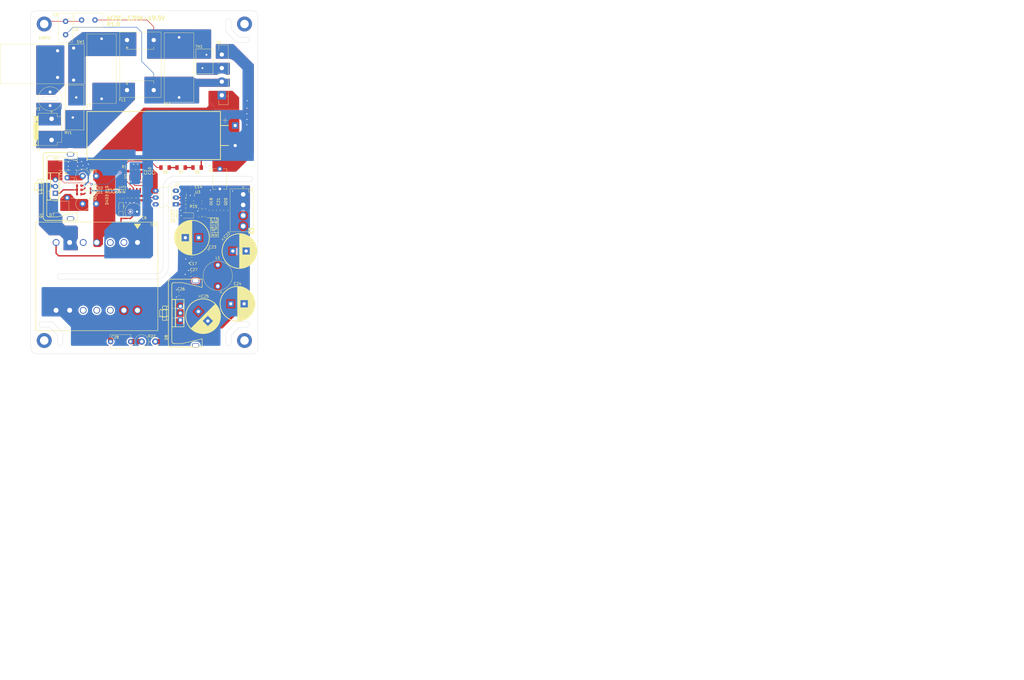
<source format=kicad_pcb>
(kicad_pcb (version 20241010) (generator "pcbnew") (generator_version "8.99")
  (title_block (date "2023-04-29"))
  (layers (0 "F.Cu" signal) (2 "B.Cu" signal) (13 "F.Paste" user) (15 "B.Paste" user) (5 "F.SilkS" user "F.Silkscreen") (7 "B.SilkS" user "B.Silkscreen") (1 "F.Mask" user) (3 "B.Mask" user) (25 "Edge.Cuts" user))
  (net 0 "")
  (net 1 "/PS/AC_L_SW")
  (net 2 "EARTH")
  (net 3 "/PS/AC_L")
  (net 4 "/PS/AC_N")
  (net 5 "/PS/19.5V_FLT")
  (net 6 "/PS/AC_R_O")
  (net 7 "/PS/AC_R_I_1")
  (net 8 "/PS/AC_R_I_2")
  (net 9 "Net-(F1-Pad2)")
  (net 10 "/PS/AUX")
  (net 11 "/PS/TR_GAT")
  (net 12 "/PS/TR_SW")
  (net 13 "Net-(U3-REF)")
  (net 14 "/PS/MOS_S")
  (net 15 "/PS/OPT_C")
  (net 16 "Net-(U3-K)")
  (net 17 "Net-(Q1-S)")
  (net 18 "DCR_GND")
  (net 19 "OUT_GND")
  (net 20 "Net-(D5-K)")
  (net 21 "Net-(U1-SS)")
  (net 22 "Net-(U1-VDD)")
  (net 23 "Net-(D2-K)")
  (net 24 "Net-(C11-Pad1)")
  (net 25 "Net-(D7-K)")
  (net 26 "Net-(D1-A)")
  (net 28 "Net-(U1-OVP)")
  (net 29 "Net-(D8A-A)")
  (net 30 "Net-(C15-Pad1)")
  (net 33 "Net-(R6-Pad1)")
  (net 34 "Net-(Q1-G)")
  (net 35 "GND_DC_S")
  (net 36 "GND_DC_P")
  (net 37 "Net-(C19-Pad2)")
  (net 38 "Net-(R7-Pad1)")
  (net 39 "/PS/19.5V")
  (net 40 "Net-(C28-Pad1)")
  (net 42 "Net-(D3-K)")
  (net 43 "Net-(D3-A)")
  (net 46 "Net-(R13-Pad1)")
  (net 47 "Net-(R17-Pad1)")
  (footprint "Resistor_SMD:R_0603_1608Metric" (layer "F.Cu") (at 96.565 111.196 -90)
    (property "Reference" "R16")
    (property "Value" "1.5k")
  )
  (footprint "Resistor_SMD:R_0603_1608Metric" (layer "F.Cu") (at 98.065 108.224 -90)
    (property "Reference" "R18")
    (property "Value" "976")
  )
  (footprint "Resistor_THT:R_Axial_DIN0516_L15.5mm_D5.0mm_P5.08mm_Vertical" (layer "F.Cu") (at 52.585 95.961)
    (property "Reference" "R21")
    (property "Value" "47")
  )
  (footprint "Resistor_SMD:R_0603_1608Metric" (layer "F.Cu") (at 91.1538 107.3158)
    (property "Reference" "R13")
    (property "Value" "499")
  )
  (footprint "Resistor_SMD:R_0603_1608Metric" (layer "F.Cu") (at 96.565 108.224 90)
    (property "Reference" "R19")
    (property "Value" "4.3K")
  )
  (footprint "MountingHole:MountingHole_3.2mm_M3_DIN965_Pad_TopBottom" (layer "F.Cu") (at 113.185 157.561)
    (property "Reference" "H2" (hide yes))
    (property "Value" "MountingHole_Pad")
  )
  (footprint "Resistor_SMD:R_1206_3216Metric_Pad1.30x1.75mm_HandSolder" (layer "F.Cu") (at 95.435 92.811)
    (property "Reference" "R6")
    (property "Value" "680K")
  )
  (footprint "PS:Diode_Bridge_Vishay_GBU" (layer "F.Cu") (at 104.685 65.721 90)
    (property "Reference" "D6")
    (property "Value" "GBU8K-E3/45")
  )
  (footprint "PS:FA2443-AL" (layer "F.Cu") (at 73.102 120.857 -90)
    (property "Reference" "TR1")
    (property "Value" "FA2443-AL")
  )
  (footprint "PS:38211000410" (layer "F.Cu") (at 40.385 67.061 90)
    (property "Reference" "F1")
    (property "Value" "38212000000")
  )
  (footprint "Capacitor_SMD:C_0805_2012Metric_Pad1.18x1.45mm_HandSolder" (layer "F.Cu") (at 93.435 127.061 180)
    (property "Reference" "C17")
    (property "Value" "1UF")
  )
  (footprint "Varistor:RV_Disc_D16.5mm_W6.7mm_P7.5mm" (layer "F.Cu") (at 50.185 66.561 -90)
    (property "Reference" "RV1")
    (property "Value" "V14E320P")
  )
  (footprint "Capacitor_SMD:C_0603_1608Metric" (layer "F.Cu") (at 71.685 93.586 90)
    (property "Reference" "C2")
    (property "Value" "100pF")
  )
  (footprint "PS:NE1846EE" (layer "F.Cu") (at 49.185 54.061 -90)
    (property "Reference" "SW1")
    (property "Value" "NE18 2A EE 6AMP")
  )
  (footprint "Capacitor_SMD:C_0603_1608Metric" (layer "F.Cu") (at 70.215 104.211 -90)
    (property "Reference" "C4")
    (property "Value" "1uF")
  )
  (footprint "Capacitor_THT:C_Disc_D7.5mm_W5.0mm_P7.50mm" (layer "F.Cu") (at 103.935 100.811 90)
    (property "Reference" "C12")
    (property "Value" "4.7nF")
  )
  (footprint "Capacitor_SMD:C_0805_2012Metric_Pad1.18x1.45mm_HandSolder" (layer "F.Cu") (at 103.435 108.811 -90)
    (property "Reference" "C21")
    (property "Value" "1UF")
  )
  (footprint "Capacitor_THT:C_Disc_D7.5mm_W5.0mm_P7.50mm" (layer "F.Cu") (at 70.535 157.961 180)
    (property "Reference" "C28")
    (property "Value" "1nF")
  )
  (footprint "Capacitor_SMD:C_0603_1608Metric" (layer "F.Cu") (at 73.185 93.586 -90)
    (property "Reference" "C10")
    (property "Value" "200pF")
  )
  (footprint "PS:EKZN630ELL681MK30S" (layer "F.Cu") (at 95.917233 146.705232 -45)
    (property "Reference" "C25")
    (property "Value" "680UF")
  )
  (footprint "PS:890324026027CS" (layer "F.Cu") (at 59.685 55.811 -90)
    (property "Reference" "C7")
    (property "Value" "1UF")
  )
  (footprint "Resistor_SMD:R_0603_1608Metric" (layer "F.Cu") (at 51.285 101.161)
    (property "Reference" "R3")
    (property "Value" "10")
  )
  (footprint "Resistor_SMD:R_0603_1608Metric" (layer "F.Cu") (at 51.285 102.761)
    (property "Reference" "R2")
    (property "Value" "0")
  )
  (footprint "Capacitor_SMD:C_0603_1608Metric" (layer "F.Cu") (at 71.685 104.211 -90)
    (property "Reference" "C5")
    (property "Value" "1uF")
  )
  (footprint "Diode_SMD:D_SOD-323" (layer "F.Cu") (at 66.935 110.811 -90)
    (property "Reference" "D4")
    (property "Value" "PMEG100T10ELXDX")
  )
  (footprint "PS:EKZN630ELL681MK30S" (layer "F.Cu") (at 108.048541 143.811)
    (property "Reference" "C24")
    (property "Value" "680UF")
  )
  (footprint "Resistor_SMD:R_2512_6332Metric_Pad1.40x3.35mm_HandSolder" (layer "F.Cu") (at 45.785 92.161)
    (property "Reference" "R5")
    (property "Value" "0.12")
  )
  (footprint "Diode_SMD:D_SOD-323" (layer "F.Cu") (at 66.985 107.511 -90)
    (property "Reference" "D3")
    (property "Value" "PMEG100T10ELXDX")
  )
  (footprint "Package_DIP:DIP-6_W7.62mm_LongPads" (layer "F.Cu") (at 87.51 106.586 180)
    (property "Reference" "U2")
    (property "Value" "CNY17-1")
  )
  (footprint "PS:890324026027CS" (layer "F.Cu") (at 88.685 55.311 -90)
    (property "Reference" "C11")
    (property "Value" "1UF")
  )
  (footprint "PS:CP_Radial_D18.0mm_P7.50mm" (layer "F.Cu") (at 109.685 84.561 90)
    (property "Reference" "C16" (hide yes))
    (property "Value" "220UF" (hide yes))
  )
  (footprint "Capacitor_SMD:C_0805_2012Metric_Pad1.18x1.45mm_HandSolder" (layer "F.Cu") (at 93.185 132.811)
    (property "Reference" "C27")
    (property "Value" "1UF")
  )
  (footprint "Diode_SMD:D_SOD-323" (layer "F.Cu") (at 54.485 100.461)
    (property "Reference" "D2")
    (property "Value" "PMEG100T10ELXDX")
  )
  (footprint "Capacitor_THT:C_Radial_D6.3mm_H11.0mm_P2.50mm" (layer "F.Cu") (at 70.435 109.311)
    (property "Reference" "C6")
    (property "Value" "33UF")
  )
  (footprint "Resistor_THT:R_Axial_DIN0516_L15.5mm_D5.0mm_P5.08mm_Vertical" (layer "F.Cu") (at 52.585 106.361)
    (property "Reference" "R20")
    (property "Value" "15k")
  )
  (footprint "PS:EKZN630ELL681MK30S" (layer "F.Cu") (at 96.021459 119.061 180)
    (property "Reference" "C23")
    (property "Value" "680UF")
  )
  (footprint "Package_TO_SOT_SMD:SOT-23" (layer "F.Cu") (at 92.9038 103.0658 90)
    (property "Reference" "U3")
    (property "Value" "TL431DBZ")
  )
  (footprint "PS:744869161153" (layer "F.Cu") (at 69.185 63.811 -90)
    (property "Reference" "FL1")
    (property "Value" "744869161153")
  )
  (footprint "Capacitor_SMD:C_0603_1608Metric" (layer "F.Cu") (at 92.9038 100.0658)
    (property "Reference" "C14")
    (property "Value" "220pF")
  )
  (footprint "Resistor_SMD:R_1206_3216Metric_Pad1.30x1.75mm_HandSolder" (layer "F.Cu") (at 83.435 92.811)
    (property "Reference" "R8")
    (property "Value" "680K")
  )
  (footprint "MountingHole:MountingHole_3.2mm_M3_DIN965_Pad_TopBottom" (layer "F.Cu") (at 113.185 39.061)
    (property "Reference" "H4" (hide yes))
    (property "Value" "MountingHole_Pad")
  )
  (footprint "Capacitor_THT:C_Disc_D10.5mm_W5.0mm_P5.00mm" (layer "F.Cu") (at 46.185 43.061 90)
    (property "Reference" "C9")
    (property "Value" "4700PF")
  )
  (footprint "Capacitor_SMD:C_0805_2012Metric_Pad1.18x1.45mm_HandSolder" (layer "F.Cu") (at 88.685 140.061 180)
    (property "Reference" "C26")
    (property "Value" "1UF")
  )
  (footprint "Capacitor_SMD:C_0603_1608Metric" (layer "F.Cu") (at 74.685 93.586 90)
    (property "Reference" "C1")
    (property "Value" "18nF")
  )
  (footprint "Resistor_THT:R_Axial_DIN0516_L15.5mm_D5.0mm_P5.08mm_Vertical" (layer "F.Cu") (at 74.695 157.961)
    (property "Reference" "R22")
    (property "Value" "47")
  )
  (footprint "Resistor_SMD:R_0603_1608Metric" (layer "F.Cu") (at 98.065 111.196 -90)
    (property "Reference" "R17")
    (property "Value" "36K")
  )
  (footprint "Varistor:RV_Disc_D9mm_W6.1mm_P5mm" (layer "F.Cu") (at 97.435 55.561 90)
    (property "Reference" "TH1")
    (property "Value" "B57235S0509M000")
  )
  (footprint "Resistor_SMD:R_0603_1608Metric" (layer "F.Cu") (at 68.785 94.161)
    (property "Reference" "R1")
    (property "Value" "1.33k")
  )
  (footprint "PS:JST_VH_B2P3-VH_1x02_P7.92mm_Vertical" (layer "F.Cu") (at 40.935 74.561 -90)
    (property "Reference" "J1")
    (property "Value" "B2P3-VH(LF)(SN)")
  )
  (footprint "Capacitor_SMD:C_0603_1608Metric" (layer "F.Cu") (at 97.21 105.811)
    (property "Reference" "C15")
    (property "Value" "220nF")
  )
  (footprint "Resistor_SMD:R_1206_3216Metric_Pad1.30x1.75mm_HandSolder" (layer "F.Cu") (at 89.435 92.811)
    (property "Reference" "R7")
    (property "Value" "680K")
  )
  (footprint "Capacitor_SMD:C_0805_2012Metric_Pad1.18x1.45mm_HandSolder" (layer "F.Cu") (at 106.185 108.811 90)
    (property "Reference" "C20")
    (property "Value" "1UF")
  )
  (footprint "Capacitor_THT:C_Disc_D10.5mm_W5.0mm_P5.00mm" (layer "F.Cu") (at 57.185 37.561 180)
    (property "Reference" "C8")
    (property "Value" "4700PF")
  )
  (footprint "Resistor_SMD:R_0603_1608Metric" (layer "F.Cu") (at 51.285 99.561)
    (property "Reference" "R4")
    (property "Value" "10k")
  )
  (footprint "Resistor_SMD:R_0603_1608Metric" (layer "F.Cu") (at 74.685 104.236 -90)
    (property "Reference" "R12")
    (property "Value" "35.7k")
  )
  (footprint "PS:JST_VH_B4P-VH-B_1x04_P3.96mm_Vertical" (layer "F.Cu") (at 112.685 102.8435 -90)
    (property "Reference" "J2")
    (property "Value" "B4P-VH(LF)(SN)")
  )
  (footprint "Diode_SMD:D_SOD-123F" (layer "F.Cu") (at 91.885 110.711 180)
    (property "Reference" "D5")
    (property "Value" "MMSZ5240B")
  )
  (footprint "Capacitor_THT:C_Disc_D7.5mm_W5.0mm_P7.50mm" (layer "F.Cu") (at 46.785 104.111 90)
    (property "Reference" "C19")
    (property "Value" "1nF")
  )
  (footprint "Capacitor_SMD:C_0603_1608Metric" (layer "F.Cu") (at 91.1538 108.8158 180)
    (property "Reference" "C13")
    (property "Value" "0.1UF")
  )
  (footprint "Resistor_SMD:R_0603_1608Metric" (layer "F.Cu") (at 91.1538 105.8158 180)
    (property "Reference" "R14")
    (property "Value" "499")
  )
  (footprint "Resistor_SMD:R_0603_1608Metric" (layer "F.Cu") (at 66.985 104.361 90)
    (property "Reference" "R10")
    (property "Value" "20")
  )
  (footprint "Resistor_SMD:R_0603_1608Metric" (layer "F.Cu") (at 73.185 104.211 -90)
    (property "Reference" "R11")
    (property "Value" "200k")
  )
  (footprint "PS:TO-220-3-240" (layer "F.Cu") (at 89.185 149.851 90)
    (property "Reference" "D8")
    (property "Value" "STPS30SM100ST")
  )
  (footprint "Capacitor_SMD:C_0603_1608Metric" (layer "F.Cu") (at 68.715 104.211 -90)
    (property "Reference" "C3")
    (property "Value" "100nF")
  )
  (footprint "MountingHole:MountingHole_3.2mm_M3_DIN965_Pad_TopBottom" (layer "F.Cu") (at 38.185 157.561 90)
    (property "Reference" "H3" (hide yes))
    (property "Value" "MountingHole_Pad")
  )
  (footprint "Capacitor_SMD:C_0805_2012Metric_Pad1.18x1.45mm_HandSolder" (layer "F.Cu") (at 100.685 108.811 -90)
    (property "Reference" "C18")
    (property "Value" "1UF")
  )
  (footprint "PS:EKZN630ELL681MK30S" (layer "F.Cu") (at 108.798541 124.061)
    (property "Reference" "C22")
    (property "Value" "680UF")
  )
  (footprint "Resistor_SMD:R_0603_1608Metric" (layer "F.Cu") (at 94.185 105.811 180)
    (property "Reference" "R15")
    (property "Value" "36.5k")
  )
  (footprint "Diode_SMD:D_SMB" (layer "F.Cu") (at 43.785 107.561 180)
    (property "Reference" "D7")
    (property "Value" "STTH2R06U")
  )
  (footprint "Diode_SMD:D_SOD-323" (layer "F.Cu") (at 54.485 102.461 180)
    (property "Reference" "D1")
    (property "Value" "PMEG100T10ELXDX")
  )
  (footprint "PS:744750340047" (layer "F.Cu") (at 103.185 133.311 -90)
    (property "Reference" "L1")
    (property "Value" "4.7UH")
  )
  (footprint "Package_SO:SOIC-8_3.9x4.9mm_P1.27mm" (layer "F.Cu") (at 72.215 98.936 -90)
    (property "Reference" "U1")
    (property "Value" "UCC28600")
  )
  (footprint "PS:TO-220-3-240" (layer "F.Cu") (at 42.3662 102.431 90)
    (property "Reference" "Q1")
    (property "Value" "SPP17N80C3")
  )
  (footprint "NetTie:NetTie-2_SMD_Pad0.5mm" (layer "B.Cu") (at 74.485 91.161)
    (property "Reference" "NT2" (hide yes))
    (property "Value" "NetTie" (hide yes))
  )
  (footprint "MountingHole:MountingHole_3.2mm_M3_DIN965_Pad_TopBottom" (layer "B.Cu") (at 38.185 39.061 180)
    (property "Reference" "H1" (hide yes))
    (property "Value" "MountingHole_Pad")
  )
  (footprint "NetTie:NetTie-2_SMD_Pad2.0mm" (layer "B.Cu") (at 74.385 89.161)
    (property "Reference" "NT1" (hide yes))
    (property "Value" "NetTie" (hide yes))
  )
  (gr_line (start 100.435 111.561) (end 99.185 111.561) (stroke (width 0.15)) (layer "F.SilkS"))
  (gr_line (start 68.035 106.711) (end 68.035 107.711) (stroke (width 0.15)) (layer "F.SilkS"))
  (gr_rect (start 100.435 111.561) (end 103.435 118.811) (stroke (width 0.15)) (fill none) (layer "F.SilkS"))
  (gr_arc (start 84.685 100.561) (mid 85.417233 98.793233) (end 87.185 98.061) (stroke (width 0.1)) (layer "Edge.Cuts"))
  (gr_line (start 37.185 152.561) (end 39.7708 152.561) (stroke (width 0.1)) (layer "Edge.Cuts"))
  (gr_arc (start 111.5992 43.975214) (mid 111.214449 43.898243) (end 110.888938 43.679152) (stroke (width 0.1)) (layer "Edge.Cuts"))
  (gr_line (start 106.477893 42.268107) (end 109.892107 45.682321) (stroke (width 0.1)) (layer "Edge.Cuts"))
  (gr_arc (start 40.7708 150.561) (mid 41.153475 150.637125) (end 41.477893 150.853893) (stroke (width 0.1)) (layer "Edge.Cuts"))
  (gr_line (start 108.185 40.561) (end 108.185 37.975214) (stroke (width 0.1)) (layer "Edge.Cuts"))
  (gr_line (start 118.185 36.061) (end 118.185 160.561) (stroke (width 0.1)) (layer "Edge.Cuts"))
  (gr_arc (start 82.685 130.061) (mid 81.952767 131.828767) (end 80.185 132.561) (stroke (width 0.1)) (layer "Edge.Cuts"))
  (gr_line (start 40.7708 150.561) (end 37.185 150.561) (stroke (width 0.1)) (layer "Edge.Cuts"))
  (gr_line (start 111.599214 152.561) (end 114.185 152.561) (stroke (width 0.1)) (layer "Edge.Cuts"))
  (gr_line (start 37.885 67.761) (end 42.485 67.761) (stroke (width 0.1)) (layer "Edge.Cuts"))
  (gr_line (start 108.481062 155.264938) (end 110.892107 152.853893) (stroke (width 0.1)) (layer "Edge.Cuts"))
  (gr_line (start 42.485 66.261) (end 37.885 66.261) (stroke (width 0.1)) (layer "Edge.Cuts"))
  (gr_arc (start 106.477893 42.268107) (mid 106.261125 41.943682) (end 106.185 41.561) (stroke (width 0.1)) (layer "Edge.Cuts"))
  (gr_line (start 44.892107 154.268107) (end 41.477893 150.853893) (stroke (width 0.1)) (layer "Edge.Cuts"))
  (gr_arc (start 82.685 100.561) (mid 84.003019 97.379019) (end 87.185 96.061) (stroke (width 0.1)) (layer "Edge.Cuts"))
  (gr_arc (start 43.185 67.061) (mid 42.979975 67.555975) (end 42.485 67.761) (stroke (width 0.1)) (layer "Edge.Cuts"))
  (gr_arc (start 42.892107 155.268107) (mid 43.108876 155.592532) (end 43.185 155.975214) (stroke (width 0.1)) (layer "Edge.Cuts"))
  (gr_arc (start 44.185 134.561) (mid 43.185 133.561002) (end 44.185 132.561004) (stroke (width 0.1)) (layer "Edge.Cuts"))
  (gr_line (start 114.185 150.561) (end 110.599214 150.561) (stroke (width 0.1)) (layer "Edge.Cuts"))
  (gr_line (start 116.185 162.561) (end 35.185 162.561) (stroke (width 0.1)) (layer "Edge.Cuts"))
  (gr_line (start 82.685 130.061) (end 82.685 100.561) (stroke (width 0.1)) (layer "Edge.Cuts"))
  (gr_line (start 37.185 66.961) (end 37.185 67.061) (stroke (width 0.1)) (layer "Edge.Cuts"))
  (gr_line (start 40.481062 152.857062) (end 42.892107 155.268107) (stroke (width 0.1)) (layer "Edge.Cuts"))
  (gr_arc (start 109.892107 150.853893) (mid 110.216531 150.637125) (end 110.599214 150.561) (stroke (width 0.1)) (layer "Edge.Cuts"))
  (gr_line (start 87.185 96.061) (end 115.185 96.061) (stroke (width 0.1)) (layer "Edge.Cuts"))
  (gr_arc (start 110.5992 45.975214) (mid 110.216525 45.899089) (end 109.892107 45.682321) (stroke (width 0.1)) (layer "Edge.Cuts"))
  (gr_line (start 43.185 155.975214) (end 43.185 158.561) (stroke (width 0.1)) (layer "Edge.Cuts"))
  (gr_line (start 33.185 160.561) (end 33.185 36.061) (stroke (width 0.1)) (layer "Edge.Cuts"))
  (gr_line (start 45.185 158.561) (end 45.185 154.975214) (stroke (width 0.1)) (layer "Edge.Cuts"))
  (gr_arc (start 114.185 43.975214) (mid 115.185 44.975214) (end 114.185 45.975214) (stroke (width 0.1)) (layer "Edge.Cuts"))
  (gr_line (start 114.185 43.975214) (end 111.5992 43.975214) (stroke (width 0.1)) (layer "Edge.Cuts"))
  (gr_arc (start 39.7708 152.561) (mid 40.155551 152.637971) (end 40.481062 152.857062) (stroke (width 0.1)) (layer "Edge.Cuts"))
  (gr_line (start 44.185 132.561004) (end 80.185 132.561) (stroke (width 0.1)) (layer "Edge.Cuts"))
  (gr_line (start 106.185 37.975214) (end 106.185 41.561) (stroke (width 0.1)) (layer "Edge.Cuts"))
  (gr_line (start 43.185 67.061) (end 43.185 66.961) (stroke (width 0.1)) (layer "Edge.Cuts"))
  (gr_arc (start 108.185 158.561) (mid 107.185 159.561) (end 106.185 158.561) (stroke (width 0.1)) (layer "Edge.Cuts"))
  (gr_arc (start 37.185 66.961) (mid 37.390025 66.466025) (end 37.885 66.261) (stroke (width 0.1)) (layer "Edge.Cuts"))
  (gr_arc (start 110.892107 152.853893) (mid 111.216531 152.637125) (end 111.599214 152.561) (stroke (width 0.1)) (layer "Edge.Cuts"))
  (gr_line (start 109.892107 150.853893) (end 106.477893 154.268107) (stroke (width 0.1)) (layer "Edge.Cuts"))
  (gr_line (start 35.185 34.061) (end 116.185 34.061) (stroke (width 0.1)) (layer "Edge.Cuts"))
  (gr_arc (start 106.185 154.9752) (mid 106.261116 154.592529) (end 106.477893 154.268107) (stroke (width 0.1)) (layer "Edge.Cuts"))
  (gr_arc (start 33.185 36.061) (mid 33.770786 34.646786) (end 35.185 34.061) (stroke (width 0.1)) (layer "Edge.Cuts"))
  (gr_arc (start 35.185 162.561) (mid 33.770786 161.975214) (end 33.185 160.561) (stroke (width 0.1)) (layer "Edge.Cuts"))
  (gr_arc (start 42.485 66.261) (mid 42.979975 66.466025) (end 43.185 66.961) (stroke (width 0.1)) (layer "Edge.Cuts"))
  (gr_arc (start 115.185 96.061) (mid 116.185 97.061) (end 115.185 98.061) (stroke (width 0.1)) (layer "Edge.Cuts"))
  (gr_arc (start 37.185 152.561) (mid 36.185 151.561) (end 37.185 150.561) (stroke (width 0.1)) (layer "Edge.Cuts"))
  (gr_line (start 84.685 100.561) (end 84.685 130.061) (stroke (width 0.1)) (layer "Edge.Cuts"))
  (gr_arc (start 106.185 37.975214) (mid 107.185 36.975214) (end 108.185 37.975214) (stroke (width 0.1)) (layer "Edge.Cuts"))
  (gr_arc (start 45.185 158.561) (mid 44.185 159.561) (end 43.185 158.561) (stroke (width 0.1)) (layer "Edge.Cuts"))
  (gr_line (start 110.888938 43.679152) (end 108.477893 41.268107) (stroke (width 0.1)) (layer "Edge.Cuts"))
  (gr_arc (start 108.477893 41.268107) (mid 108.261124 40.943682) (end 108.185 40.561) (stroke (width 0.1)) (layer "Edge.Cuts"))
  (gr_arc (start 114.185 150.561) (mid 115.185 151.561) (end 114.185 152.561) (stroke (width 0.1)) (layer "Edge.Cuts"))
  (gr_arc (start 84.685 130.061) (mid 83.366981 133.242981) (end 80.185 134.561) (stroke (width 0.1)) (layer "Edge.Cuts"))
  (gr_line (start 80.185 134.561) (end 44.185 134.561) (stroke (width 0.1)) (layer "Edge.Cuts"))
  (gr_arc (start 108.185 155.9752) (mid 108.261123 155.592531) (end 108.481062 155.264938) (stroke (width 0.1)) (layer "Edge.Cuts"))
  (gr_line (start 106.185 154.9752) (end 106.185 158.561) (stroke (width 0.1)) (layer "Edge.Cuts"))
  (gr_line (start 115.185 98.061) (end 87.185 98.061) (stroke (width 0.1)) (layer "Edge.Cuts"))
  (gr_arc (start 37.885 67.761) (mid 37.390025 67.555975) (end 37.185 67.061) (stroke (width 0.1)) (layer "Edge.Cuts"))
  (gr_arc (start 118.185 160.561) (mid 117.599214 161.975214) (end 116.185 162.561) (stroke (width 0.1)) (layer "Edge.Cuts"))
  (gr_arc (start 44.892107 154.268107) (mid 45.108875 154.592532) (end 45.185 154.975214) (stroke (width 0.1)) (layer "Edge.Cuts"))
  (gr_line (start 110.5992 45.975214) (end 114.185 45.975214) (stroke (width 0.1)) (layer "Edge.Cuts"))
  (gr_line (start 108.185 158.561) (end 108.185 155.9752) (stroke (width 0.1)) (layer "Edge.Cuts"))
  (gr_arc (start 116.185 34.061) (mid 117.599214 34.646786) (end 118.185 36.061) (stroke (width 0.1)) (layer "Edge.Cuts"))
  (gr_text "+" (at 116.635 117.861 90) (layer "F.SilkS" knockout) (effects (font (size 1.8 1.8) (thickness 0.36) (bold yes)) (justify left bottom)))
  (gr_text "EARTH" (at 35.979 44.841 0) (layer "F.SilkS") (effects (font (size 1 1) (thickness 0.2) (bold yes)) (justify left bottom)))
  (gr_text "L\n\n\nN" (at 33.935 84.561 0) (layer "F.SilkS" knockout) (effects (font (size 1.8 1.8) (thickness 0.36) (bold yes)) (justify left bottom)))
  (gr_text "R1.0" (at 61.379 40.015 0) (layer "F.SilkS") (effects (font (size 1.5 1.5) (thickness 0.3) (bold yes)) (justify left bottom)))
  (gr_text "ACDC-120W-19.5V" (at 61.379 37.729 0) (layer "F.SilkS") (effects (font (size 1.5 1.5) (thickness 0.3) (bold yes)) (justify left bottom)))
  (segment (start 46.185 38.061) (end 39.185 38.061) (width 0.2) (layer "F.Cu") (net 2))
  (segment (start 52.185 38.061) (end 46.185 38.061) (width 0.2) (layer "F.Cu") (net 2))
  (segment (start 98.065 112.021) (end 96.565 112.021) (width 0.5) (layer "F.Cu") (net 5))
  (segment (start 100.685 111.311) (end 100.685 109.8485) (width 0.5) (layer "F.Cu") (net 5))
  (segment (start 99.975 112.021) (end 100.685 111.311) (width 0.5) (layer "F.Cu") (net 5))
  (segment (start 98.065 112.021) (end 99.975 112.021) (width 0.5) (layer "F.Cu") (net 5))
  (segment (start 96.985 78.461) (end 98.135 77.311) (width 0.5) (layer "F.Cu") (net 6))
  (segment (start 96.985 92.811) (end 96.985 78.461) (width 0.5) (layer "F.Cu") (net 6))
  (segment (start 98.135 77.311) (end 101.435 77.311) (width 0.5) (layer "F.Cu") (net 6))
  (segment (start 74.685 53.061) (end 79.185 57.561) (width 0.2) (layer "B.Cu") (net 8))
  (segment (start 79.185 57.561) (end 79.185 63.811) (width 0.2) (layer "B.Cu") (net 8))
  (segment (start 46.185 43.061) (end 48.977 40.269) (width 0.2) (layer "B.Cu") (net 8))
  (segment (start 72.809 40.269) (end 74.685 42.145) (width 0.2) (layer "B.Cu") (net 8))
  (segment (start 48.977 40.269) (end 72.809 40.269) (width 0.2) (layer "B.Cu") (net 8))
  (segment (start 74.685 42.145) (end 74.685 53.061) (width 0.2) (layer "B.Cu") (net 8))
  (segment (start 65.585 119.011) (end 66.935 117.661) (width 0.5) (layer "F.Cu") (net 10))
  (segment (start 71.685 110.661) (end 70.485 111.861) (width 0.5) (layer "F.Cu") (net 10))
  (segment (start 63.585 125.861) (end 65.585 123.861) (width 0.5) (layer "F.Cu") (net 10))
  (segment (start 66.935 117.661) (end 66.935 111.861) (width 0.5) (layer "F.Cu") (net 10))
  (segment (start 65.585 123.861) (end 65.585 119.011) (width 0.5) (layer "F.Cu") (net 10))
  (segment (start 70.485 111.861) (end 66.935 111.861) (width 0.5) (layer "F.Cu") (net 10))
  (segment (start 73.185 106.361) (end 71.685 107.861) (width 0.5) (layer "F.Cu") (net 10))
  (segment (start 42.622 120.857) (end 42.622 124.898) (width 0.5) (layer "F.Cu") (net 10))
  (segment (start 42.622 124.898) (end 43.585 125.861) (width 0.5) (layer "F.Cu") (net 10))
  (segment (start 71.685 107.861) (end 71.685 110.661) (width 0.5) (layer "F.Cu") (net 10))
  (segment (start 73.185 105.036) (end 73.185 106.361) (width 0.5) (layer "F.Cu") (net 10))
  (segment (start 43.585 125.861) (end 63.585 125.861) (width 0.5) (layer "F.Cu") (net 10))
  (segment (start 70.21 101.311) (end 70.31 101.411) (width 0.5) (layer "F.Cu") (net 11))
  (segment (start 55.535 101.461) (end 55.535 102.461) (width 0.5) (layer "F.Cu") (net 11))
  (segment (start 66.185 101.311) (end 70.21 101.311) (width 0.5) (layer "F.Cu") (net 11))
  (segment (start 55.535 100.461) (end 55.535 101.461) (width 0.5) (layer "F.Cu") (net 11))
  (segment (start 55.935 101.461) (end 55.535 101.461) (width 0.5) (layer "F.Cu") (net 11))
  (via (at 66.185 101.311) (size 0.8) (drill 0.4) (layers "F.Cu" "B.Cu") (net 11))
  (via (at 55.935 101.461) (size 0.8) (drill 0.4) (layers "F.Cu" "B.Cu") (net 11))
  (segment (start 66.035 101.461) (end 55.935 101.461) (width 0.5) (layer "B.Cu") (net 11))
  (segment (start 66.185 101.311) (end 66.035 101.461) (width 0.5) (layer "B.Cu") (net 11))
  (segment (start 93.8538 100.2408) (end 93.6788 100.0658) (width 0.5) (layer "F.Cu") (net 13))
  (segment (start 97.3773 104.0033) (end 97.985 104.611) (width 0.5) (layer "F.Cu") (net 13))
  (segment (start 97.985 104.611) (end 97.985 105.811) (width 0.5) (layer "F.Cu") (net 13))
  (segment (start 98.065 107.399) (end 96.565 107.399) (width 0.5) (layer "F.Cu") (net 13))
  (segment (start 98.065 107.399) (end 98.065 105.891) (width 0.5) (layer "F.Cu") (net 13))
  (segment (start 93.8538 104.0033) (end 93.8538 100.2408) (width 0.5) (layer "F.Cu") (net 13))
  (segment (start 93.8538 104.0033) (end 97.3773 104.0033) (width 0.5) (layer "F.Cu") (net 13))
  (segment (start 71.58 96.461) (end 71.58 94.466) (width 0.5) (layer "F.Cu") (net 14))
  (segment (start 69.81 94.361) (end 69.61 94.161) (width 0.3) (layer "F.Cu") (net 14))
  (segment (start 71.685 94.361) (end 69.81 94.361) (width 0.3) (layer "F.Cu") (net 14))
  (segment (start 73.185 98.311) (end 75.685 98.311) (width 0.3) (layer "F.Cu") (net 15))
  (segment (start 75.685 98.311) (end 76.935 99.561) (width 0.3) (layer "F.Cu") (net 15))
  (segment (start 72.85 96.461) (end 72.85 94.696) (width 0.3) (layer "F.Cu") (net 15))
  (segment (start 76.935 103.311) (end 77.67 104.046) (width 0.3) (layer "F.Cu") (net 15))
  (segment (start 77.67 104.046) (end 79.89 104.046) (width 0.3) (layer "F.Cu") (net 15))
  (segment (start 76.935 99.561) (end 76.935 103.311) (width 0.3) (layer "F.Cu") (net 15))
  (segment (start 72.85 96.461) (end 72.85 97.976) (width 0.3) (layer "F.Cu") (net 15))
  (segment (start 72.85 97.976) (end 73.185 98.311) (width 0.3) (layer "F.Cu") (net 15))
  (segment (start 91.9788 104.0283) (end 91.9538 104.0033) (width 0.5) (layer "F.Cu") (net 16))
  (segment (start 91.9538 104.0033) (end 91.9538 100.2408) (width 0.5) (layer "F.Cu") (net 16))
  (segment (start 91.9111 104.046) (end 91.9538 104.0033) (width 0.5) (layer "F.Cu") (net 16))
  (segment (start 87.51 104.046) (end 91.9111 104.046) (width 0.5) (layer "F.Cu") (net 16))
  (segment (start 91.9836 105.811) (end 91.9788 105.8158) (width 0.5) (layer "F.Cu") (net 16))
  (segment (start 93.36 105.811) (end 91.9836 105.811) (width 0.5) (layer "F.Cu") (net 16))
  (segment (start 91.9788 105.8158) (end 91.9788 104.0283) (width 0.5) (layer "F.Cu") (net 16))
  (segment (start 91.9538 100.2408) (end 92.1288 100.0658) (width 0.5) (layer "F.Cu") (net 16))
  (segment (start 55.435 98.561) (end 45.685 98.561) (width 0.16) (layer "F.Cu") (net 17))
  (segment (start 55.935 99.061) (end 55.435 98.561) (width 0.16) (layer "F.Cu") (net 17))
  (segment (start 67.085 94.161) (end 67.96 94.161) (width 0.16) (layer "F.Cu") (net 17))
  (segment (start 44.475 97.351) (end 42.3662 97.351) (width 0.16) (layer "F.Cu") (net 17))
  (segment (start 66.56 94.686) (end 67.085 94.161) (width 0.16) (layer "F.Cu") (net 17))
  (segment (start 45.685 98.561) (end 44.475 97.351) (width 0.16) (layer "F.Cu") (net 17))
  (via (at 55.935 99.061) (size 0.8) (drill 0.4) (layers "F.Cu" "B.Cu") (net 17))
  (via (at 66.56 94.686) (size 0.8) (drill 0.4) (layers "F.Cu" "B.Cu") (net 17))
  (segment (start 62.185 99.061) (end 66.56 94.686) (width 0.16) (layer "B.Cu") (net 17))
  (segment (start 55.935 99.061) (end 62.185 99.061) (width 0.16) (layer "B.Cu") (net 17))
  (via (at 114.085 74.761) (size 0.8) (drill 0.4) (layers "F.Cu" "B.Cu") (net 18))
  (via (at 114.185 67.761) (size 0.8) (drill 0.4) (layers "F.Cu" "B.Cu") (net 18))
  (via (at 114.085 76.761) (size 0.8) (drill 0.4) (layers "F.Cu" "B.Cu") (net 18))
  (via (at 114.085 72.661) (size 0.8) (drill 0.4) (layers "F.Cu" "B.Cu") (net 18))
  (via (at 114.085 70.561) (size 0.8) (drill 0.4) (layers "F.Cu" "B.Cu") (net 18))
  (segment (start 89.3398 108.8158) (end 89.335 108.811) (width 0.5) (layer "F.Cu") (net 19))
  (segment (start 90.3788 108.8158) (end 89.3398 108.8158) (width 0.5) (layer "F.Cu") (net 19))
  (segment (start 92.9038 103.1922) (end 92.885 103.211) (width 0.5) (layer "F.Cu") (net 19))
  (segment (start 92.3975 127.061) (end 91.185 127.061) (width 0.5) (layer "F.Cu") (net 19))
  (segment (start 87.685 140.061) (end 87.685 141.2735) (width 0.5) (layer "F.Cu") (net 19))
  (segment (start 90.5038 110.8158) (end 89.4898 110.8158) (width 0.5) (layer "F.Cu") (net 19))
  (segment (start 92.435 127.311) (end 92.435 128.5235) (width 0.5) (layer "F.Cu") (net 19))
  (segment (start 92.185 132.561) (end 92.185 131.3485) (width 0.5) (layer "F.Cu") (net 19))
  (segment (start 92.9038 102.1283) (end 92.9038 103.1922) (width 0.5) (layer "F.Cu") (net 19))
  (segment (start 92.185 132.811) (end 90.9725 132.811) (width 0.5) (layer "F.Cu") (net 19))
  (segment (start 90.385 110.811) (end 90.485 110.711) (width 0.5) (layer "F.Cu") (net 19))
  (segment (start 95.697 109.049) (end 95.685 109.061) (width 0.5) (layer "F.Cu") (net 19))
  (segment (start 96.565 109.049) (end 95.697 109.049) (width 0.5) (layer "F.Cu") (net 19))
  (segment (start 87.685 140.061) (end 87.685 138.561) (width 0.5) (layer "F.Cu") (net 19))
  (segment (start 89.4898 110.8158) (end 89.485 110.811) (width 0.5) (layer "F.Cu") (net 19))
  (segment (start 89.485 110.811) (end 90.385 110.811) (width 0.5) (layer "F.Cu") (net 19))
  (via (at 92.185 131.3485) (size 0.8) (drill 0.4) (layers "F.Cu" "B.Cu") (net 19))
  (via (at 91.185 127.061) (size 0.8) (drill 0.4) (layers "F.Cu" "B.Cu") (net 19))
  (via (at 100.685 106.061) (size 0.8) (drill 0.4) (layers "F.Cu" "B.Cu") (net 19))
  (via (at 87.685 138.561) (size 0.8) (drill 0.4) (layers "F.Cu" "B.Cu") (net 19))
  (via (at 106.185 106.061) (size 0.8) (drill 0.4) (layers "F.Cu" "B.Cu") (net 19))
  (via (at 89.335 108.811) (size 0.8) (drill 0.4) (layers "F.Cu" "B.Cu") (net 19))
  (via (at 92.885 103.211) (size 0.8) (drill 0.4) (layers "F.Cu" "B.Cu") (net 19))
  (via (at 100.435 101.311) (size 0.8) (drill 0.4) (layers "F.Cu" "B.Cu") (net 19))
  (via (at 92.435 128.5235) (size 0.8) (drill 0.4) (layers "F.Cu" "B.Cu") (net 19))
  (via (at 87.685 141.2735) (size 0.8) (drill 0.4) (layers "F.Cu" "B.Cu") (net 19))
  (via (at 108.685 101.561) (size 0.8) (drill 0.4) (layers "F.Cu" "B.Cu") (net 19))
  (via (at 90.9725 132.811) (size 0.8) (drill 0.4) (layers "F.Cu" "B.Cu") (net 19))
  (via (at 89.485 110.811) (size 0.8) (drill 0.4) (layers "F.Cu" "B.Cu") (net 19))
  (via (at 95.685 109.061) (size 0.8) (drill 0.4) (layers "F.Cu" "B.Cu") (net 19))
  (segment (start 91.9788 107.3158) (end 91.9788 108.7658) (width 0.5) (layer "F.Cu") (net 20))
  (segment (start 91.9288 108.8158) (end 92.4898 108.8158) (width 0.5) (layer "F.Cu") (net 20))
  (segment (start 93.3038 110.8158) (end 94.6802 110.8158) (width 0.5) (layer "F.Cu") (net 20))
  (segment (start 94.6802 110.8158) (end 95.125 110.371) (width 0.5) (layer "F.Cu") (net 20))
  (segment (start 93.3038 109.6298) (end 93.3038 110.8158) (width 0.5) (layer "F.Cu") (net 20))
  (segment (start 95.125 110.371) (end 96.565 110.371) (width 0.5) (layer "F.Cu") (net 20))
  (segment (start 91.9788 108.7658) (end 91.9288 108.8158) (width 0.5) (layer "F.Cu") (net 20))
  (segment (start 92.4898 108.8158) (end 93.3038 109.6298) (width 0.5) (layer "F.Cu") (net 20))
  (segment (start 74.12 94.926) (end 74.685 94.361) (width 0.5) (layer "F.Cu") (net 21))
  (segment (start 74.12 96.461) (end 74.12 94.926) (width 0.5) (layer "F.Cu") (net 21))
  (segment (start 81.885 92.811) (end 80.435 92.811) (width 0.3) (layer "F.Cu") (net 22))
  (segment (start 68.615 103.536) (end 68.715 103.436) (width 0.5) (layer "F.Cu") (net 22))
  (segment (start 68.715 103.436) (end 70.215 103.436) (width 0.5) (layer "F.Cu") (net 22))
  (segment (start 70.215 103.436) (end 71.715 103.436) (width 0.5) (layer "F.Cu") (net 22))
  (segment (start 80.435 92.811) (end 77.985 90.361) (width 0.3) (layer "F.Cu") (net 22))
  (segment (start 68.735 97.591001) (end 71.58 100.436001) (width 0.3) (layer "F.Cu") (net 22))
  (segment (start 71.58 101.411) (end 71.58 103.301) (width 0.5) (layer "F.Cu") (net 22))
  (segment (start 66.985 103.536) (end 68.615 103.536) (width 0.5) (layer "F.Cu") (net 22))
  (segment (start 77.985 90.361) (end 69.885 90.361) (width 0.3) (layer "F.Cu") (net 22))
  (segment (start 68.735 91.511) (end 68.735 97.591001) (width 0.3) (layer "F.Cu") (net 22))
  (segment (start 69.885 90.361) (end 68.735 91.511) (width 0.3) (layer "F.Cu") (net 22))
  (segment (start 71.58 103.301) (end 71.715 103.436) (width 0.5) (layer "F.Cu") (net 22))
  (segment (start 71.58 100.436001) (end 71.58 101.411) (width 0.3) (layer "F.Cu") (net 22))
  (segment (start 52.735 101.161) (end 53.435 100.461) (width 0.5) (layer "F.Cu") (net 23))
  (segment (start 52.11 101.161) (end 52.735 101.161) (width 0.5) (layer "F.Cu") (net 23))
  (segment (start 79.185 40.061) (end 79.185 45.061) (width 0.2) (layer "F.Cu") (net 24))
  (segment (start 57.185 37.561) (end 76.685 37.561) (width 0.2) (layer "F.Cu") (net 24))
  (segment (start 76.685 37.561) (end 79.185 40.061) (width 0.2) (layer "F.Cu") (net 24))
  (segment (start 53.135 102.761) (end 53.435 102.461) (width 0.5) (layer "F.Cu") (net 26))
  (segment (start 52.11 102.761) (end 53.135 102.761) (width 0.5) (layer "F.Cu") (net 26))
  (segment (start 72.85 103.051) (end 73.185 103.386) (width 0.5) (layer "F.Cu") (net 28))
  (segment (start 72.85 101.411) (end 72.85 103.051) (width 0.5) (layer "F.Cu") (net 28))
  (segment (start 73.185 103.386) (end 74.66 103.386) (width 0.5) (layer "F.Cu") (net 28))
  (segment (start 63.035 156.511) (end 68.385 151.161) (width 2) (layer "F.Cu") (net 29))
  (segment (start 63.035 157.961) (end 63.035 156.511) (width 2) (layer "F.Cu") (net 29))
  (segment (start 68.385 151.161) (end 70.585 151.161) (width 2) (layer "F.Cu") (net 29))
  (segment (start 95.01 105.811) (end 96.435 105.811) (width 0.5) (layer "F.Cu") (net 30))
  (segment (start 93.885 92.811) (end 90.985 92.811) (width 0.5) (layer "F.Cu") (net 33))
  (segment (start 44.065 102.431) (end 42.3662 102.431) (width 0.5) (layer "F.Cu") (net 34))
  (segment (start 50.46 102.761) (end 50.46 99.561) (width 0.5) (layer "F.Cu") (net 34))
  (segment (start 45.335 101.161) (end 44.065 102.431) (width 0.5) (layer "F.Cu") (net 34))
  (segment (start 50.46 101.161) (end 45.335 101.161) (width 0.5) (layer "F.Cu") (net 34))
  (segment (start 72.185 99.561) (end 70.685 98.061) (width 0.3) (layer "F.Cu") (net 35))
  (segment (start 74.685 105.061) (end 75.435 105.061) (width 0.3) (layer "F.Cu") (net 35))
  (segment (start 75.435 105.061) (end 75.935 104.561) (width 0.3) (layer "F.Cu") (net 35))
  (segment (start 70.31 97.686) (end 70.685 98.061) (width 0.3) (layer "F.Cu") (net 35))
  (segment (start 75.185 99.561) (end 72.185 99.561) (width 0.3) (layer "F.Cu") (net 35))
  (segment (start 70.31 96.461) (end 70.31 97.686) (width 0.3) (layer "F.Cu") (net 35))
  (segment (start 75.935 104.561) (end 75.935 100.311) (width 0.3) (layer "F.Cu") (net 35))
  (segment (start 75.935 100.311) (end 75.185 99.561) (width 0.3) (layer "F.Cu") (net 35))
  (via (at 71.685 91.561) (size 0.8) (drill 0.4) (layers "F.Cu" "B.Cu") (net 35))
  (via (at 73.185 91.561) (size 0.8) (drill 0.4) (layers "F.Cu" "B.Cu") (net 35))
  (via (at 70.685 98.061) (size 0.8) (drill 0.4) (layers "F.Cu" "B.Cu") (net 35))
  (segment (start 71.785 105.961) (end 71.785 105.056) (width 0.3) (layer "F.Cu") (net 36))
  (segment (start 68.715 105.891) (end 68.785 105.961) (width 0.3) (layer "F.Cu") (net 36))
  (segment (start 68.715 104.986) (end 68.715 105.891) (width 0.3) (layer "F.Cu") (net 36))
  (segment (start 70.185 105.961) (end 70.185 105.016) (width 0.3) (layer "F.Cu") (net 36))
  (segment (start 53.184141 99.537955) (end 53.161096 99.561) (width 0.5) (layer "F.Cu") (net 36))
  (segment (start 68.715 104.986) (end 71.715 104.986) (width 0.5) (layer "F.Cu") (net 36))
  (segment (start 53.161096 99.561) (end 52.11 99.561) (width 0.5) (layer "F.Cu") (net 36))
  (via (at 71.785 105.961) (size 0.8) (drill 0.4) (layers "F.Cu" "B.Cu") (net 36))
  (via (at 54.185 90.061) (size 0.8) (drill 0.4) (layers "F.Cu" "B.Cu") (net 36))
  (via (at 47.185 92.311) (size 0.8) (drill 0.4) (layers "F.Cu" "B.Cu") (net 36))
  (via (at 70.185 105.961) (size 0.8) (drill 0.4) (layers "F.Cu" "B.Cu") (net 36))
  (via (at 54.685 91.561) (size 0.8) (drill 0.4) (layers "F.Cu" "B.Cu") (net 36))
  (via (at 54.185 93.061) (size 0.8) (drill 0.4) (layers "F.Cu" "B.Cu") (net 36))
  (via (at 47.185 90.811) (size 0.8) (drill 0.4) (layers "F.Cu" "B.Cu") (net 36))
  (via (at 52.185 90.561) (size 0.8) (drill 0.4) (layers "F.Cu" "B.Cu") (net 36))
  (via (at 52.185 93.561) (size 0.8) (drill 0.4) (layers "F.Cu" "B.Cu") (net 36))
  (via (at 50.685 92.311) (size 0.8) (drill 0.4) (layers "F.Cu" "B.Cu") (net 36))
  (via (at 47.185 93.561) (size 0.8) (drill 0.4) (layers "F.Cu" "B.Cu") (net 36))
  (via (at 68.785 105.961) (size 0.8) (drill 0.4) (layers "F.Cu" "B.Cu") (net 36))
  (via (at 50.685 90.811) (size 0.8) (drill 0.4) (layers "F.Cu" "B.Cu") (net 36))
  (via (at 52.685 92.061) (size 0.8) (drill 0.4) (layers "F.Cu" "B.Cu") (net 36))
  (via (at 53.184141 99.537955) (size 0.8) (drill 0.4) (layers "F.Cu" "B.Cu") (net 36))
  (via (at 50.185 93.761) (size 0.8) (drill 0.4) (layers "F.Cu" "B.Cu") (net 36))
  (segment (start 53.208045 99.537955) (end 53.184141 99.537955) (width 0.5) (layer "B.Cu") (net 36))
  (segment (start 54.685 95.311) (end 54.685 98.061) (width 0.5) (layer "B.Cu") (net 36))
  (segment (start 54.685 98.061) (end 53.208045 99.537955) (width 0.5) (layer "B.Cu") (net 36))
  (segment (start 51.935 96.611) (end 52.585 95.961) (width 2) (layer "F.Cu") (net 37))
  (segment (start 46.785 96.611) (end 51.935 96.611) (width 2) (layer "F.Cu") (net 37))
  (segment (start 87.885 92.811) (end 84.985 92.811) (width 0.5) (layer "F.Cu") (net 38))
  (segment (start 95.917233 149.578767) (end 95.917233 146.705232) (width 2) (layer "F.Cu") (net 39))
  (segment (start 79.775 157.961) (end 87.535 157.961) (width 2) (layer "F.Cu") (net 39))
  (segment (start 87.535 157.961) (end 95.917233 149.578767) (width 2) (layer "F.Cu") (net 39))
  (segment (start 70.535 157.961) (end 74.695 157.961) (width 2) (layer "F.Cu") (net 40))
  (segment (start 66.985 106.461) (end 66.985 105.186) (width 0.5) (layer "F.Cu") (net 42))
  (segment (start 66.935 108.611) (end 66.985 108.561) (width 0.5) (layer "F.Cu") (net 43))
  (segment (start 67.085 109.311) (end 66.935 109.161) (width 0.5) (layer "F.Cu") (net 43))
  (segment (start 66.935 109.161) (end 66.935 108.611) (width 0.5) (layer "F.Cu") (net 43))
  (segment (start 66.935 109.761) (end 66.935 109.161) (width 0.5) (layer "F.Cu") (net 43))
  (segment (start 70.435 109.311) (end 67.085 109.311) (width 0.5) (layer "F.Cu") (net 43))
  (segment (start 90.3038 106.586) (end 90.3288 106.561) (width 0.5) (layer "F.Cu") (net 46))
  (segment (start 90.3288 107.3158) (end 90.3288 106.561) (width 0.5) (layer "F.Cu") (net 46))
  (segment (start 90.3288 106.561) (end 90.3288 105.8158) (width 0.5) (layer "F.Cu") (net 46))
  (segment (start 90.1788 105.9658) (end 90.3288 105.8158) (width 0.5) (layer "F.Cu") (net 46))
  (segment (start 87.51 106.586) (end 90.3038 106.586) (width 0.5) (layer "F.Cu") (net 46))
  (segment (start 98.065 110.371) (end 98.065 109.049) (width 0.5) (layer "F.Cu") (net 47))
  (zone (net 29) (net_name "Net-(D8A-A)") (layer "F.Cu") (priority 15) (connect_pads yes (clearance 0.508)) (min_thickness 0.25) (fill yes (thermal_gap 0.5) (thermal_bridge_width 0.5) (smoothing fillet) (radius 0.5))
    (polygon (pts (xy 80.185 142.311) (xy 89.435 142.311) (xy 90.185 143.061) (xy 90.185 151.561) (xy 88.935 152.811) (xy 68.685 152.811) (xy 65.685 149.811) (xy 65.685 140.311) (xy 67.685 138.311) (xy 76.185 138.311)))
  )
  (zone (net 6) (net_name "/PS/AC_R_O") (layer "F.Cu") (priority 9) (connect_pads yes (clearance 0.508)) (min_thickness 0.25) (fill yes (thermal_gap 0.5) (thermal_bridge_width 0.5) (smoothing fillet) (radius 0.3))
    (polygon (pts (xy 108.685 64.061) (xy 99.685 64.061) (xy 99.685 77.561) (xy 101.185 79.061) (xy 111.203 79.061) (xy 111.203 66.579)))
  )
  (zone (net 17) (net_name "Net-(Q1-S)") (layer "F.Cu") (priority 2) (connect_pads yes (clearance 0)) (min_thickness 0.25) (fill yes (thermal_gap 0.5) (thermal_bridge_width 0.5))
    (polygon (pts (xy 39.535 90.161) (xy 44.985 90.161) (xy 44.985 97.561) (xy 39.535 97.561)))
  )
  (zone (net 39) (net_name "/PS/19.5V") (layer "F.Cu") (priority 25) (connect_pads yes (clearance 0)) (min_thickness 0.25) (fill yes (thermal_gap 0.5) (thermal_bridge_width 0.5))
    (polygon (pts (xy 87.685 145.811) (xy 90.435 145.811) (xy 90.685 145.561) (xy 90.685 141.561) (xy 90.685 141.561) (xy 88.935 141.561) (xy 88.935 138.311) (xy 93.435 133.811) (xy 93.435 132.061) (xy 103.435 132.061) (xy 110.435 139.061) (xy 110.435 147.561) (xy 104.935 153.061) (xy 91.685 153.061) (xy 90.685 152.061) (xy 90.685 148.811) (xy 90.685 148.811) (xy 87.685 148.811)))
  )
  (zone (net 25) (net_name "Net-(D7-K)") (layer "F.Cu") (priority 16) (connect_pads yes (clearance 0)) (min_thickness 0.25) (fill yes (thermal_gap 0.5) (thermal_bridge_width 0.5))
    (polygon (pts (xy 44.435 109.061) (xy 48.685 109.061) (xy 48.685 109.061) (xy 54.685 109.061) (xy 54.685 105.061) (xy 54.185 104.561) (xy 49.935 104.561) (xy 47.935 102.561) (xy 45.935 102.561) (xy 44.185 104.311) (xy 44.185 108.811)))
  )
  (zone (net 6) (net_name "/PS/AC_R_O") (layer "F.Cu") (priority 24) (connect_pads yes (clearance 0.508)) (min_thickness 0.25) (fill yes (thermal_gap 0.5) (thermal_bridge_width 0.5) (smoothing fillet) (radius 0.2))
    (polygon (pts (xy 101.785 69.961) (xy 101.785 71.161) (xy 111.235 71.161) (xy 111.235 79.561) (xy 93.185 79.561) (xy 86.085 86.661) (xy 70.085 86.661) (xy 64.805 91.941) (xy 64.805 114.341) (xy 60.185 118.961) (xy 60.185 121.561) (xy 59.185 122.561) (xy 56.985 122.561) (xy 56.585 122.161) (xy 56.585 103.561) (xy 57.785 102.361) (xy 57.785 98.961) (xy 56.585 97.761) (xy 56.585 89.161) (xy 75.385 70.361) (xy 98.985 70.361) (xy 100.585 68.761)))
  )
  (zone (net 19) (net_name "OUT_GND") (layer "F.Cu") (priority 21) (connect_pads yes (clearance 0.508)) (min_thickness 0.25) (fill yes (thermal_gap 0.5) (thermal_bridge_width 0.5))
    (polygon (pts (xy 99.285 108.311) (xy 115.235 108.311) (xy 115.235 99.561) (xy 101.035 99.561) (xy 99.285 101.311) (xy 99.285 101.511)))
  )
  (zone (net 36) (net_name "GND_DC_P") (layer "F.Cu") (priority 17) (connect_pads yes (clearance 0)) (min_thickness 0.25) (fill yes (thermal_gap 0.5) (thermal_bridge_width 0.5))
    (polygon (pts (xy 46.185 90.561) (xy 46.185 95.061) (xy 51.685 95.061) (xy 52.185 94.561) (xy 54.685 94.561) (xy 55.685 93.561) (xy 55.685 90.061) (xy 55.185 89.561) (xy 51.185 89.561) (xy 50.435 90.311) (xy 46.435 90.311)))
  )
  (zone (net 35) (net_name "GND_DC_S") (layer "F.Cu") (priority 19) (connect_pads yes (clearance 0.508)) (min_thickness 0.25) (fill yes (thermal_gap 0.5) (thermal_bridge_width 0.5))
    (polygon (pts (xy 77.685 102.561) (xy 77.685 94.811) (xy 76.135 93.261) (xy 71.21 93.261) (xy 71.185 93.236) (xy 71.185 91.061) (xy 76.685 91.061) (xy 80.685 95.061) (xy 80.685 102.561)))
  )
  (zone (net 18) (net_name "DCR_GND") (layer "F.Cu") (priority 5) (connect_pads yes (clearance 0.508)) (min_thickness 0.25) (fill yes (thermal_gap 0.5) (thermal_bridge_width 0.5) (smoothing fillet) (radius 0.3))
    (polygon (pts (xy 101.185 81.511) (xy 101.185 94.373) (xy 110.016 94.373) (xy 116.685 87.704) (xy 116.685 84.961) (xy 113.235 81.511)))
  )
  (zone (net 5) (net_name "/PS/19.5V_FLT") (layer "F.Cu") (priority 1) (connect_pads yes (clearance 0.508)) (min_thickness 0.25) (fill yes (thermal_gap 0.5) (thermal_bridge_width 0.5) (smoothing fillet) (radius 0.5))
    (polygon (pts (xy 93.635 131.061) (xy 93.635 116.429407) (xy 99.285 113.377108) (xy 99.285 109.161) (xy 115.135 109.161) (xy 115.135 118.011) (xy 110.135 123.011) (xy 110.135 131.061)))
  )
  (zone (net 7) (net_name "/PS/AC_R_I_1") (layers "F&B.Cu") (priority 14) (connect_pads yes (clearance 0.508)) (min_thickness 0.25) (fill yes (thermal_gap 0.5) (thermal_bridge_width 0.5) (smoothing fillet) (radius 0.3))
    (polygon (pts (xy 95.185 53.561) (xy 107.685 53.561) (xy 107.685 58.061) (xy 95.185 58.061)))
  )
  (zone (net 8) (net_name "/PS/AC_R_I_2") (layers "F&B.Cu") (priority 10) (connect_pads yes (clearance 0.508)) (min_thickness 0.25) (fill yes (thermal_gap 0.5) (thermal_bridge_width 0.5) (smoothing fillet) (radius 0.3))
    (polygon (pts (xy 107.685 58.811) (xy 75.685 58.811) (xy 75.685 68.811) (xy 96.185 68.811) (xy 96.185 62.561) (xy 107.685 62.561)))
  )
  (zone (net 24) (net_name "Net-(C11-Pad1)") (layers "F&B.Cu") (priority 7) (connect_pads yes (clearance 0.508)) (min_thickness 0.25) (fill yes (thermal_gap 0.5) (thermal_bridge_width 0.5) (smoothing fillet) (radius 0.3))
    (polygon (pts (xy 100.685 52.061) (xy 76.685 52.061) (xy 76.685 41.061) (xy 100.685 41.061)))
  )
  (zone (net 4) (net_name "/PS/AC_N") (layers "F&B.Cu") (priority 22) (connect_pads yes (clearance 0.508)) (min_thickness 0.25) (fill yes (thermal_gap 0.5) (thermal_bridge_width 0.5) (smoothing fillet) (radius 0.3))
    (polygon (pts (xy 35.185 79.061) (xy 45.935 79.061) (xy 45.935 71.311) (xy 56.185 71.311) (xy 56.185 61.061) (xy 72.185 61.061) (xy 72.185 67.311) (xy 53.935 85.561) (xy 35.185 85.561)))
  )
  (zone (net 12) (net_name "/PS/TR_SW") (layers "F&B.Cu") (priority 11) (connect_pads yes (clearance 0)) (min_thickness 0.25) (fill yes (thermal_gap 0.5) (thermal_bridge_width 0.5))
    (polygon (pts (xy 43.385 109.361) (xy 44.985 110.961) (xy 44.995 110.961) (xy 44.995 113.561) (xy 45.995 114.561) (xy 50.185 114.561) (xy 50.785 115.161) (xy 50.785 123.761) (xy 45.385 123.761) (xy 45.385 119.561) (xy 43.985 118.161) (xy 39.985 118.161) (xy 36.185 114.361) (xy 36.185 98.561) (xy 43.385 98.561)))
  )
  (zone (net 9) (net_name "Net-(F1-Pad2)") (layers "F&B.Cu") (priority 3) (connect_pads yes (clearance 0.508)) (min_thickness 0.25) (fill yes (thermal_gap 0.5) (thermal_bridge_width 0.5) (smoothing fillet) (radius 0.3))
    (polygon (pts (xy 35.185 65.561) (xy 42.169 65.561) (xy 45.685 62.045) (xy 45.685 47.061) (xy 35.185 47.061)))
  )
  (zone (net 1) (net_name "/PS/AC_L_SW") (layers "F&B.Cu") (priority 4) (connect_pads yes (clearance 0.508)) (min_thickness 0.25) (fill yes (thermal_gap 0.5) (thermal_bridge_width 0.5) (smoothing fillet) (radius 0.3))
    (polygon (pts (xy 47.185 69.561) (xy 47.185 46.061) (xy 52.507666 42.069) (xy 72.677 42.069) (xy 72.677 51.061) (xy 53.685 51.061) (xy 53.685 69.561)))
  )
  (zone (net 18) (net_name "DCR_GND") (layers "F&B.Cu") (priority 13) (connect_pads yes (clearance 0.508)) (min_thickness 0.25) (fill yes (thermal_gap 0.5) (thermal_bridge_width 0.5) (smoothing fillet) (radius 0.3))
    (polygon (pts (xy 107.935 82.561) (xy 112.435 82.561) (xy 112.435 56.061) (xy 108.935 52.561) (xy 102.435 52.561) (xy 102.435 46.811) (xy 102.685 46.561) (xy 109.035 46.561) (xy 116.685 54.211) (xy 116.685 85.811) (xy 115.385 87.111) (xy 107.935 87.111)))
  )
  (zone (net 3) (net_name "/PS/AC_L") (layers "F&B.Cu") (connect_pads yes (clearance 0.508)) (min_thickness 0.25) (fill yes (thermal_gap 0.5) (thermal_bridge_width 0.5) (smoothing fillet) (radius 0.3))
    (polygon (pts (xy 44.685 77.061) (xy 44.685 68.561) (xy 35.185 68.561) (xy 35.185 77.061)))
  )
  (zone (net 18) (net_name "DCR_GND") (layer "B.Cu") (priority 18) (connect_pads yes (clearance 0.508)) (min_thickness 0.25) (fill yes (thermal_gap 0.5) (thermal_bridge_width 0.5))
    (polygon (pts (xy 116.685 90.311) (xy 78.935 90.311) (xy 78.935 125.811) (xy 77.935 126.811) (xy 60.685 126.811) (xy 60.685 116.311) (xy 63.935 113.061) (xy 73.185 113.061) (xy 74.935 111.311) (xy 74.935 72.703) (xy 76.331 71.307) (xy 115.431 71.307) (xy 116.685 72.561)))
  )
  (zone (net 36) (net_name "GND_DC_P") (layer "B.Cu") (priority 20) (connect_pads yes (clearance 0)) (min_thickness 0.25) (fill yes (thermal_gap 0.5) (thermal_bridge_width 0.5))
    (polygon (pts (xy 72.385 89.861) (xy 72.185 90.061) (xy 69.685 90.061) (xy 69.185 90.561) (xy 69.185 100.061) (xy 70.185 101.061) (xy 73.685 101.061) (xy 74.185 101.561) (xy 74.185 110.561) (xy 73.685 111.061) (xy 65.935 111.061) (xy 64.935 110.061) (xy 64.935 95.811) (xy 55.435 95.811) (xy 47.435 95.811) (xy 45.685 94.061) (xy 45.685 89.561) (xy 50.185 89.561) (xy 50.685 89.061) (xy 50.685 89.061) (xy 56.685 89.061) (xy 59.685 86.061) (xy 72.385 86.061)))
  )
  (zone (net 19) (net_name "OUT_GND") (layer "B.Cu") (priority 6) (connect_pads yes (clearance 0.508)) (min_thickness 0.25) (fill yes (thermal_gap 0.5) (thermal_bridge_width 0.5) (smoothing fillet) (radius 0.5))
    (polygon (pts (xy 115.185 99.561) (xy 115.185 148.561) (xy 108.185 148.561) (xy 104.185 152.561) (xy 104.185 159.561) (xy 48.185 159.561) (xy 48.185 152.561) (xy 44.185 148.561) (xy 37.185 148.561) (xy 37.185 137.561) (xy 81.685 137.561) (xy 88.185 131.561) (xy 88.685 99.561)))
  )
  (zone (net 35) (net_name "GND_DC_S") (layer "B.Cu") (priority 12) (connect_pads yes (clearance 0.508)) (min_thickness 0.25) (fill yes (thermal_gap 0.5) (thermal_bridge_width 0.5))
    (polygon (pts (xy 74.185 90.811) (xy 70.185 90.811) (xy 70.185 99.061) (xy 73.685 99.061) (xy 74.185 98.561)))
  )
)
</source>
